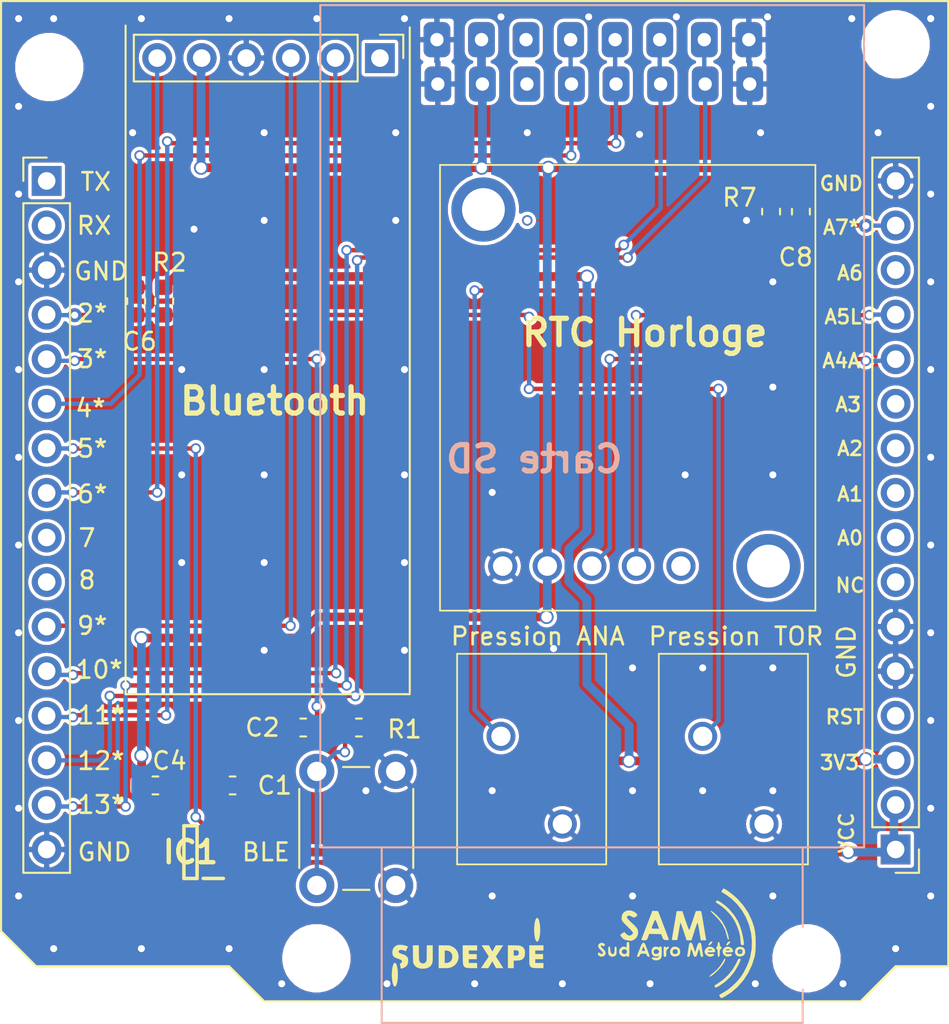
<source format=kicad_pcb>
(kicad_pcb (version 20171130) (host pcbnew "(5.1.4)-1")
  (layers (0 F.Cu signal) (31 B.Cu signal) (34 B.Paste user) (35 F.Paste user) (36 B.SilkS user) (37 F.SilkS user) (38 B.Mask user) (39 F.Mask user) (44 Edge.Cuts user))
  (net 0 "")
  (net 1 VCC)
  (net 2 GND)
  (net 3 wakeblue)
  (net 4 +3V3)
  (net 5 CapTOR)
  (net 6 +3.3V_Mini)
  (net 7 CS)
  (net 8 veille)
  (net 9 EN_ble)
  (net 10 RX_ble)
  (net 11 TX_ble)
  (net 12 MOSI)
  (net 13 MISO)
  (net 14 SCK)
  (net 15 RTC_SCA)
  (net 16 RTC_SDL)
  (net 17 A7)
  (module malib:sam (layer F.Cu) (at 163.5 128.7)
    (fp_text reference G*** hide)
    (fp_text value LOGO hide)
  )
  (module malib:sudexpe (layer F.Cu) (at 151.6 129.2)
    (fp_text reference G*** hide)
    (fp_text value LOGO hide)
  )
  (module SamacSys_Parts:SOT95P285X140-5N (layer F.Cu) (at 135.8 123.5 180)
    (fp_text reference IC1 (at 0 0) (layer F.SilkS) (effects (font (size 1.27 1.27) (thickness 0.254))))
    (fp_text value AP7380-33WR5-7 hide)
    (pad 5 smd rect (at 1.3 -0.95 270) (size 0.6 1.15) (layers F.Cu F.Paste F.Mask) (net 4 +3V3))
    (pad 4 smd rect (at 1.3 0.95 270) (size 0.6 1.15) (layers F.Cu F.Paste F.Mask))
    (pad 3 smd rect (at -1.3 0.95 270) (size 0.6 1.15) (layers F.Cu F.Paste F.Mask) (net 8 veille))
    (pad 2 smd rect (at -1.3 0 270) (size 0.6 1.15) (layers F.Cu F.Paste F.Mask) (net 2 GND))
    (pad 1 smd rect (at -1.3 -0.95 270) (size 0.6 1.15) (layers F.Cu F.Paste F.Mask) (net 1 VCC))
  )
  (module Capacitor_SMD:C_0603_1608Metric (layer F.Cu) (at 138.2 119.7 180)
    (fp_text reference C1 (at -2.4 0) (layer F.SilkS))
    (fp_text value 1µF)
    (pad 1 smd roundrect (at -0.7875 0 180) (size 0.875 0.95) (layers F.Cu F.Paste F.Mask) (net 1 VCC))
    (pad 2 smd roundrect (at 0.7875 0 180) (size 0.875 0.95) (layers F.Cu F.Paste F.Mask) (net 2 GND))
  )
  (module Capacitor_SMD:C_0603_1608Metric (layer F.Cu) (at 142.225 116.4 180)
    (fp_text reference C2 (at 2.325 0) (layer F.SilkS))
    (fp_text value 0.1µF)
    (pad 1 smd roundrect (at -0.7875 0 180) (size 0.875 0.95) (layers F.Cu F.Paste F.Mask) (net 3 wakeblue))
    (pad 2 smd roundrect (at 0.7875 0 180) (size 0.875 0.95) (layers F.Cu F.Paste F.Mask) (net 2 GND))
  )
  (module Capacitor_SMD:C_0603_1608Metric (layer F.Cu) (at 133.8 119.7)
    (fp_text reference C4 (at 0.8 -1.4) (layer F.SilkS))
    (fp_text value 1µF)
    (pad 2 smd roundrect (at 0.7875 0) (size 0.875 0.95) (layers F.Cu F.Paste F.Mask) (net 2 GND))
    (pad 1 smd roundrect (at -0.7875 0) (size 0.875 0.95) (layers F.Cu F.Paste F.Mask) (net 4 +3V3))
  )
  (module Capacitor_SMD:C_0603_1608Metric (layer F.Cu) (at 132.7 92.1 90)
    (fp_text reference C6 (at -2.3 0.2 180) (layer F.SilkS))
    (fp_text value 0.1µF)
    (pad 1 smd roundrect (at -0.7875 0 90) (size 0.875 0.95) (layers F.Cu F.Paste F.Mask) (net 5 CapTOR))
    (pad 2 smd roundrect (at 0.7875 0 90) (size 0.875 0.95) (layers F.Cu F.Paste F.Mask) (net 2 GND))
  )
  (module Capacitor_SMD:C_0603_1608Metric (layer F.Cu) (at 170.6 87 90)
    (fp_text reference C8 (at -2.6 -0.3 180) (layer F.SilkS))
    (fp_text value 0.1µF)
    (pad 2 smd roundrect (at 0.7875 0 90) (size 0.875 0.95) (layers F.Cu F.Paste F.Mask) (net 2 GND))
    (pad 1 smd roundrect (at -0.7875 0 90) (size 0.875 0.95) (layers F.Cu F.Paste F.Mask) (net 17 A7))
  )
  (module Connector_PinHeader_2.54mm:PinHeader_1x16_P2.54mm_Vertical (layer F.Cu) (at 127.6 85.25)
    (fp_text reference J1 hide)
    (fp_text value Conn_01x16 hide)
    (pad 1 thru_hole rect (at 0 0) (size 1.7 1.7) (drill 1) (layers *.Cu *.Mask))
    (pad 2 thru_hole oval (at 0 2.54) (size 1.7 1.7) (drill 1) (layers *.Cu *.Mask))
    (pad 3 thru_hole oval (at 0 5.08) (size 1.7 1.7) (drill 1) (layers *.Cu *.Mask) (net 2 GND))
    (pad 4 thru_hole oval (at 0 7.62) (size 1.7 1.7) (drill 1) (layers *.Cu *.Mask) (net 5 CapTOR))
    (pad 5 thru_hole oval (at 0 10.16) (size 1.7 1.7) (drill 1) (layers *.Cu *.Mask) (net 3 wakeblue))
    (pad 6 thru_hole oval (at 0 12.7) (size 1.7 1.7) (drill 1) (layers *.Cu *.Mask) (net 7 CS))
    (pad 7 thru_hole oval (at 0 15.24) (size 1.7 1.7) (drill 1) (layers *.Cu *.Mask) (net 8 veille))
    (pad 8 thru_hole oval (at 0 17.78) (size 1.7 1.7) (drill 1) (layers *.Cu *.Mask) (net 9 EN_ble))
    (pad 9 thru_hole oval (at 0 20.32) (size 1.7 1.7) (drill 1) (layers *.Cu *.Mask))
    (pad 10 thru_hole oval (at 0 22.86) (size 1.7 1.7) (drill 1) (layers *.Cu *.Mask))
    (pad 11 thru_hole oval (at 0 25.4) (size 1.7 1.7) (drill 1) (layers *.Cu *.Mask) (net 10 RX_ble))
    (pad 12 thru_hole oval (at 0 27.94) (size 1.7 1.7) (drill 1) (layers *.Cu *.Mask) (net 11 TX_ble))
    (pad 13 thru_hole oval (at 0 30.48) (size 1.7 1.7) (drill 1) (layers *.Cu *.Mask) (net 12 MOSI))
    (pad 14 thru_hole oval (at 0 33.02) (size 1.7 1.7) (drill 1) (layers *.Cu *.Mask) (net 13 MISO))
    (pad 15 thru_hole oval (at 0 35.56) (size 1.7 1.7) (drill 1) (layers *.Cu *.Mask) (net 14 SCK))
    (pad 16 thru_hole oval (at 0 38.1) (size 1.7 1.7) (drill 1) (layers *.Cu *.Mask) (net 2 GND))
  )
  (module malib:carte_sd (layer B.Cu) (at 143.2 123.23)
    (fp_text reference J2 hide)
    (fp_text value SD)
    (pad 1 thru_hole roundrect (at 6.65 -46.03) (size 1.524 2) (drill 0.762) (layers *.Cu *.Mask) (net 2 GND))
    (pad 2 thru_hole roundrect (at 9.19 -46.03) (size 1.524 2) (drill 0.762) (layers *.Cu *.Mask) (net 4 +3V3))
    (pad 3 thru_hole roundrect (at 11.73 -46.03) (size 1.524 2) (drill 0.762) (layers *.Cu *.Mask))
    (pad 4 thru_hole roundrect (at 14.27 -46.03) (size 1.524 2) (drill 0.762) (layers *.Cu *.Mask) (net 7 CS))
    (pad 5 thru_hole roundrect (at 16.81 -46.03) (size 1.524 2) (drill 0.762) (layers *.Cu *.Mask) (net 12 MOSI))
    (pad 6 thru_hole roundrect (at 19.35 -46.03) (size 1.524 2) (drill 0.762) (layers *.Cu *.Mask) (net 14 SCK))
    (pad 7 thru_hole roundrect (at 21.89 -46.03) (size 1.524 2) (drill 0.762) (layers *.Cu *.Mask) (net 13 MISO))
    (pad 8 thru_hole roundrect (at 24.43 -46.03) (size 1.524 2) (drill 0.762) (layers *.Cu *.Mask) (net 2 GND))
    (pad 9 thru_hole roundrect (at 6.7 -43.5) (size 1.524 2) (drill 0.762) (layers *.Cu *.Mask) (net 2 GND))
    (pad 10 thru_hole roundrect (at 9.24 -43.5) (size 1.524 2) (drill 0.762) (layers *.Cu *.Mask) (net 4 +3V3))
    (pad 11 thru_hole roundrect (at 11.78 -43.5) (size 1.524 2) (drill 0.762) (layers *.Cu *.Mask))
    (pad 12 thru_hole roundrect (at 14.32 -43.5) (size 1.524 2) (drill 0.762) (layers *.Cu *.Mask) (net 7 CS))
    (pad 13 thru_hole roundrect (at 16.86 -43.5) (size 1.524 2) (drill 0.762) (layers *.Cu *.Mask) (net 12 MOSI))
    (pad 14 thru_hole roundrect (at 19.4 -43.5) (size 1.524 2) (drill 0.762) (layers *.Cu *.Mask) (net 14 SCK))
    (pad 15 thru_hole roundrect (at 21.94 -43.5) (size 1.524 2) (drill 0.762) (layers *.Cu *.Mask) (net 13 MISO))
    (pad 16 thru_hole roundrect (at 24.48 -43.5) (size 1.524 2) (drill 0.762) (layers *.Cu *.Mask) (net 2 GND))
  )
  (module Connector_PinHeader_2.54mm:PinHeader_1x16_P2.54mm_Vertical (layer F.Cu) (at 176 123.35 180)
    (fp_text reference J3 hide)
    (fp_text value Conn_01x16)
    (pad 16 thru_hole oval (at 0 38.1 180) (size 1.7 1.7) (drill 1) (layers *.Cu *.Mask) (net 2 GND))
    (pad 15 thru_hole oval (at 0 35.56 180) (size 1.7 1.7) (drill 1) (layers *.Cu *.Mask) (net 17 A7))
    (pad 14 thru_hole oval (at 0 33.02 180) (size 1.7 1.7) (drill 1) (layers *.Cu *.Mask))
    (pad 13 thru_hole oval (at 0 30.48 180) (size 1.7 1.7) (drill 1) (layers *.Cu *.Mask) (net 16 RTC_SDL))
    (pad 12 thru_hole oval (at 0 27.94 180) (size 1.7 1.7) (drill 1) (layers *.Cu *.Mask) (net 15 RTC_SCA))
    (pad 11 thru_hole oval (at 0 25.4 180) (size 1.7 1.7) (drill 1) (layers *.Cu *.Mask))
    (pad 10 thru_hole oval (at 0 22.86 180) (size 1.7 1.7) (drill 1) (layers *.Cu *.Mask))
    (pad 9 thru_hole oval (at 0 20.32 180) (size 1.7 1.7) (drill 1) (layers *.Cu *.Mask))
    (pad 8 thru_hole oval (at 0 17.78 180) (size 1.7 1.7) (drill 1) (layers *.Cu *.Mask))
    (pad 7 thru_hole oval (at 0 15.24 180) (size 1.7 1.7) (drill 1) (layers *.Cu *.Mask))
    (pad 6 thru_hole oval (at 0 12.7 180) (size 1.7 1.7) (drill 1) (layers *.Cu *.Mask) (net 2 GND))
    (pad 5 thru_hole oval (at 0 10.16 180) (size 1.7 1.7) (drill 1) (layers *.Cu *.Mask) (net 2 GND))
    (pad 4 thru_hole oval (at 0 7.62 180) (size 1.7 1.7) (drill 1) (layers *.Cu *.Mask))
    (pad 3 thru_hole oval (at 0 5.08 180) (size 1.7 1.7) (drill 1) (layers *.Cu *.Mask) (net 6 +3.3V_Mini))
    (pad 2 thru_hole oval (at 0 2.54 180) (size 1.7 1.7) (drill 1) (layers *.Cu *.Mask) (net 1 VCC))
    (pad 1 thru_hole rect (at 0 0 180) (size 1.7 1.7) (drill 1) (layers *.Cu *.Mask) (net 1 VCC))
  )
  (module Connector_PinHeader_2.54mm:PinHeader_1x06_P2.54mm_Vertical (layer F.Cu) (at 146.6 78.25 270)
    (fp_text reference J4 hide)
    (fp_text value ble)
    (pad 1 thru_hole rect (at 0 0 270) (size 1.7 1.7) (drill 1) (layers *.Cu *.Mask))
    (pad 2 thru_hole oval (at 0 2.54 270) (size 1.7 1.7) (drill 1) (layers *.Cu *.Mask) (net 11 TX_ble))
    (pad 3 thru_hole oval (at 0 5.08 270) (size 1.7 1.7) (drill 1) (layers *.Cu *.Mask) (net 10 RX_ble))
    (pad 4 thru_hole oval (at 0 7.62 270) (size 1.7 1.7) (drill 1) (layers *.Cu *.Mask) (net 2 GND))
    (pad 5 thru_hole oval (at 0 10.16 270) (size 1.7 1.7) (drill 1) (layers *.Cu *.Mask) (net 4 +3V3))
    (pad 6 thru_hole oval (at 0 12.7 270) (size 1.7 1.7) (drill 1) (layers *.Cu *.Mask) (net 9 EN_ble))
  )
  (module SamacSys_Parts:ADA3295 (layer F.Cu) (at 153.6 107.2 90)
    (fp_text reference J6 hide)
    (fp_text value RTC hide)
    (pad MH2 thru_hole circle (at 0 15.15 90) (size 3.66 3.66) (drill 2.44) (layers *.Cu *.Mask))
    (pad MH1 thru_hole circle (at 20.32 -1.1 90) (size 3.66 3.66) (drill 2.44) (layers *.Cu *.Mask))
    (pad 5 thru_hole circle (at 0 10.16 90) (size 1.665 1.665) (drill 1.11) (layers *.Cu *.Mask))
    (pad 4 thru_hole circle (at 0 7.62 90) (size 1.665 1.665) (drill 1.11) (layers *.Cu *.Mask) (net 16 RTC_SDL))
    (pad 3 thru_hole circle (at 0 5.08 90) (size 1.665 1.665) (drill 1.11) (layers *.Cu *.Mask) (net 15 RTC_SCA))
    (pad 2 thru_hole circle (at 0 2.54 90) (size 1.665 1.665) (drill 1.11) (layers *.Cu *.Mask) (net 4 +3V3))
    (pad 1 thru_hole circle (at 0 0 90) (size 1.665 1.665) (drill 1.11) (layers *.Cu *.Mask) (net 2 GND))
  )
  (module SamacSys_Parts:250202 (layer F.Cu) (at 165 116.9)
    (fp_text reference J8 hide)
    (fp_text value CapTOR hide)
    (pad 2 thru_hole circle (at 3.5 5) (size 1.65 1.65) (drill 1.1) (layers *.Cu *.Mask) (net 2 GND))
    (pad 1 thru_hole circle (at 0 0) (size 1.65 1.65) (drill 1.1) (layers *.Cu *.Mask) (net 5 CapTOR))
  )
  (module SamacSys_Parts:250202 (layer F.Cu) (at 153.5 116.9)
    (fp_text reference J9 hide)
    (fp_text value CapAna hide)
    (pad 1 thru_hole circle (at 0 0) (size 1.65 1.65) (drill 1.1) (layers *.Cu *.Mask) (net 17 A7))
    (pad 2 thru_hole circle (at 3.5 5) (size 1.65 1.65) (drill 1.1) (layers *.Cu *.Mask) (net 2 GND))
  )
  (module Resistor_SMD:R_0603_1608Metric (layer F.Cu) (at 145.4 116.4 180)
    (fp_text reference R1 (at -2.6 -0.1) (layer F.SilkS))
    (fp_text value 100K)
    (pad 2 smd roundrect (at 0.7875 0 180) (size 0.875 0.95) (layers F.Cu F.Paste F.Mask) (net 3 wakeblue))
    (pad 1 smd roundrect (at -0.7875 0 180) (size 0.875 0.95) (layers F.Cu F.Paste F.Mask) (net 6 +3.3V_Mini))
  )
  (module Resistor_SMD:R_0603_1608Metric (layer F.Cu) (at 134.3 92.1 270)
    (fp_text reference R2 (at -2.2 -0.3 180) (layer F.SilkS))
    (fp_text value 100K)
    (pad 1 smd roundrect (at -0.7875 0 270) (size 0.875 0.95) (layers F.Cu F.Paste F.Mask) (net 6 +3.3V_Mini))
    (pad 2 smd roundrect (at 0.7875 0 270) (size 0.875 0.95) (layers F.Cu F.Paste F.Mask) (net 5 CapTOR))
  )
  (module Resistor_SMD:R_0603_1608Metric (layer F.Cu) (at 168.9 87 270)
    (fp_text reference R7 (at -0.8 1.8 180) (layer F.SilkS))
    (fp_text value 5K)
    (pad 1 smd roundrect (at -0.7875 0 270) (size 0.875 0.95) (layers F.Cu F.Paste F.Mask) (net 4 +3V3))
    (pad 2 smd roundrect (at 0.7875 0 270) (size 0.875 0.95) (layers F.Cu F.Paste F.Mask) (net 17 A7))
  )
  (module Button_Switch_THT:SW_PUSH_6mm (layer F.Cu) (at 147.5 118.9 270)
    (fp_text reference BLE (at 4.6 7.4 180) (layer F.SilkS))
    (fp_text value SW_ble)
    (pad 2 thru_hole circle (at 0 4.5) (size 2 2) (drill 1.1) (layers *.Cu *.Mask) (net 3 wakeblue))
    (pad 1 thru_hole circle (at 0 0) (size 2 2) (drill 1.1) (layers *.Cu *.Mask) (net 2 GND))
    (pad 2 thru_hole circle (at 6.5 4.5) (size 2 2) (drill 1.1) (layers *.Cu *.Mask) (net 3 wakeblue))
    (pad 1 thru_hole circle (at 6.5 0) (size 2 2) (drill 1.1) (layers *.Cu *.Mask) (net 2 GND))
  )
  (module MountingHole:MountingHole_3.5mmmodif (layer F.Cu) (at 127.75 78.76)
    (fp_text reference H1 hide)
    (fp_text value MountingHole hide)
    (pad 1 np_thru_hole circle (at 0 0) (size 3.5 3.5) (drill 3.5) (layers *.Cu *.Mask))
  )
  (module MountingHole:MountingHole_3.5mmmodif (layer F.Cu) (at 176 77.47)
    (fp_text reference H2 hide)
    (fp_text value MountingHole hide)
    (pad 1 np_thru_hole circle (at 0 0) (size 3.5 3.5) (drill 3.5) (layers *.Cu *.Mask))
  )
  (module MountingHole:MountingHole_3.5mmmodif (layer F.Cu) (at 170.92 129.55)
    (fp_text reference H3 hide)
    (fp_text value MountingHole hide)
    (pad 1 np_thru_hole circle (at 0 0) (size 3.5 3.5) (drill 3.5) (layers *.Cu *.Mask))
  )
  (module MountingHole:MountingHole_3.5mmmodif (layer F.Cu) (at 142.98 129.55)
    (fp_text reference H4 hide)
    (fp_text value MountingHole hide)
    (pad 1 np_thru_hole circle (at 0 0) (size 3.5 3.5) (drill 3.5) (layers *.Cu *.Mask))
  )
  (gr_line (start 125 75) (end 179 75) (layer F.SilkS) (width 0.12))
  (gr_line (start 125 128) (end 125 75) (layer F.SilkS) (width 0.12))
  (gr_line (start 127 130) (end 125 128) (layer F.SilkS) (width 0.12))
  (gr_line (start 138 130) (end 127 130) (layer F.SilkS) (width 0.12))
  (gr_line (start 140 132) (end 138 130) (layer F.SilkS) (width 0.12))
  (gr_line (start 174 132) (end 140 132) (layer F.SilkS) (width 0.12))
  (gr_line (start 176 130) (end 174 132) (layer F.SilkS) (width 0.12))
  (gr_line (start 179 130) (end 176 130) (layer F.SilkS) (width 0.12))
  (gr_line (start 179 75) (end 179 130) (layer F.SilkS) (width 0.12))
  (gr_text "Pression ANA" (at 155.6 111.2) (layer F.SilkS) (effects (font (size 1 1))))
  (gr_text "Pression TOR" (at 166.9 111.2) (layer F.SilkS) (effects (font (size 1 1))))
  (gr_text VCC (at 173.2 122.4 90) (layer F.SilkS) (effects (font (size 0.8 0.8))))
  (gr_text 3V3 (at 172.8 118.4) (layer F.SilkS) (effects (font (size 0.8 0.8))))
  (gr_text RST (at 173.1 115.8) (layer F.SilkS) (effects (font (size 0.8 0.8))))
  (gr_text NC (at 173.4 108.3) (layer F.SilkS) (effects (font (size 0.8 0.8))))
  (gr_text A0 (at 173.4 105.6) (layer F.SilkS) (effects (font (size 0.8 0.8))))
  (gr_text A1 (at 173.4 103.1) (layer F.SilkS) (effects (font (size 0.8 0.8))))
  (gr_text A2 (at 173.4 100.5) (layer F.SilkS) (effects (font (size 0.8 0.8))))
  (gr_text A3 (at 173.3 98) (layer F.SilkS) (effects (font (size 0.8 0.8))))
  (gr_text A4A (at 172.9 95.5) (layer F.SilkS) (effects (font (size 0.8 0.8))))
  (gr_text A5L (at 173 93) (layer F.SilkS) (effects (font (size 0.8 0.8))))
  (gr_text A6 (at 173.4 90.5) (layer F.SilkS) (effects (font (size 0.8 0.8))))
  (gr_text A7* (at 172.9 87.9) (layer F.SilkS) (effects (font (size 0.8 0.8))))
  (gr_text GND (at 173.2 112.1 90) (layer F.SilkS) (effects (font (size 1 1))))
  (gr_text GND (at 172.9 85.4) (layer F.SilkS) (effects (font (size 0.8 0.8))))
  (gr_text GND (at 130.9 123.5) (layer F.SilkS) (effects (font (size 1 1))))
  (gr_text 3* (at 130.2 95.4) (layer F.SilkS) (effects (font (size 1 1))))
  (gr_text 2* (at 130.2 92.8) (layer F.SilkS) (effects (font (size 1 1))))
  (gr_text 13* (at 130.7 120.8) (layer F.SilkS) (effects (font (size 1 1))))
  (gr_text 12* (at 130.7 118.3) (layer F.SilkS) (effects (font (size 1 1))))
  (gr_text 11* (at 130.7 115.7) (layer F.SilkS) (effects (font (size 1 1))))
  (gr_text 10* (at 130.6 113.1) (layer F.SilkS) (effects (font (size 1 1))))
  (gr_text 9* (at 130.2 110.6) (layer F.SilkS) (effects (font (size 1 1))))
  (gr_text 8 (at 129.9 108) (layer F.SilkS) (effects (font (size 1 1))))
  (gr_text 7 (at 129.9 105.6) (layer F.SilkS) (effects (font (size 1 1))))
  (gr_text 6* (at 130.2 103.1) (layer F.SilkS) (effects (font (size 1 1))))
  (gr_text 5* (at 130.2 100.5) (layer F.SilkS) (effects (font (size 1 1))))
  (gr_text 4* (at 130.1 98.2) (layer F.SilkS) (effects (font (size 1 1))))
  (gr_text GND (at 130.7 90.4) (layer F.SilkS) (effects (font (size 1 1))))
  (gr_text RX (at 130.3 87.8) (layer F.SilkS) (effects (font (size 1 1))))
  (gr_text TX (at 130.4 85.3) (layer F.SilkS) (effects (font (size 1 1))))
  (gr_line (start 132.1 114.5) (end 148.3 114.5) (layer F.SilkS) (width 0.12))
  (gr_line (start 132.1 76.4) (end 132.1 114.5) (layer F.SilkS) (width 0.12))
  (gr_line (start 148.3 114.4) (end 148.3 76.5) (layer F.SilkS) (width 0.12))
  (gr_text Bluetooth (at 140.6 97.8) (layer F.SilkS) (effects (font (size 1.5 1.5) (thickness 0.3))))
  (gr_text "Carte SD" (at 155.4 101.1) (layer B.SilkS) (effects (font (size 1.5 1.5) (thickness 0.3)) (justify mirror)))
  (gr_text "RTC Horloge" (at 161.7 93.9) (layer F.SilkS) (effects (font (size 1.5 1.5) (thickness 0.3))))
  (via (at 155 87.5) (size 0.6) (drill 0.4) (layers F.Cu B.Cu) (net 0))
  (segment (start 175.9 120.81) (end 175.9 123.35) (width 0.5) (layer B.Cu) (net 1))
  (via (at 173.3 123.5) (size 0.8) (drill 0.6) (layers F.Cu B.Cu) (net 1))
  (segment (start 138.9875 121.3875) (end 139 121.4) (width 0.5) (layer F.Cu) (net 1))
  (segment (start 138.9875 119.7) (end 138.9875 121.3875) (width 0.5) (layer F.Cu) (net 1))
  (segment (start 138.9875 123.207502) (end 138.9875 121.3875) (width 0.5) (layer F.Cu) (net 1))
  (segment (start 175.85 123.5) (end 176 123.35) (width 0.5) (layer B.Cu) (net 1))
  (segment (start 173.3 123.5) (end 175.85 123.5) (width 0.5) (layer B.Cu) (net 1))
  (segment (start 173.336814 123.497501) (end 139.097501 123.497501) (width 0.5) (layer F.Cu) (net 1))
  (segment (start 173.434315 123.4) (end 173.336814 123.497501) (width 0.5) (layer F.Cu) (net 1))
  (segment (start 138.9875 123.6375) (end 138.9875 123.207502) (width 0.5) (layer F.Cu) (net 1))
  (segment (start 138.175 124.45) (end 138.9875 123.6375) (width 0.5) (layer F.Cu) (net 1))
  (segment (start 137.1 124.45) (end 138.175 124.45) (width 0.5) (layer F.Cu) (net 1))
  (via (at 178 106) (size 0.6) (drill 0.4) (layers F.Cu B.Cu) (net 2))
  (via (at 178 81) (size 0.6) (drill 0.4) (layers F.Cu B.Cu) (net 2))
  (via (at 178 86) (size 0.6) (drill 0.4) (layers F.Cu B.Cu) (net 2))
  (via (at 178 101) (size 0.6) (drill 0.4) (layers F.Cu B.Cu) (net 2))
  (via (at 178 126) (size 0.6) (drill 0.4) (layers F.Cu B.Cu) (net 2))
  (via (at 178 96) (size 0.6) (drill 0.4) (layers F.Cu B.Cu) (net 2))
  (via (at 178 121) (size 0.6) (drill 0.4) (layers F.Cu B.Cu) (net 2))
  (via (at 178 116) (size 0.6) (drill 0.4) (layers F.Cu B.Cu) (net 2))
  (via (at 178 111) (size 0.6) (drill 0.4) (layers F.Cu B.Cu) (net 2))
  (via (at 178 91) (size 0.6) (drill 0.4) (layers F.Cu B.Cu) (net 2))
  (via (at 178 76) (size 0.6) (drill 0.4) (layers F.Cu B.Cu) (net 2))
  (via (at 126 106) (size 0.6) (drill 0.4) (layers F.Cu B.Cu) (net 2))
  (via (at 126 81) (size 0.6) (drill 0.4) (layers F.Cu B.Cu) (net 2))
  (via (at 126 86) (size 0.6) (drill 0.4) (layers F.Cu B.Cu) (net 2))
  (via (at 126 101) (size 0.6) (drill 0.4) (layers F.Cu B.Cu) (net 2))
  (via (at 126 126) (size 0.6) (drill 0.4) (layers F.Cu B.Cu) (net 2))
  (via (at 126 96) (size 0.6) (drill 0.4) (layers F.Cu B.Cu) (net 2))
  (via (at 126 121) (size 0.6) (drill 0.4) (layers F.Cu B.Cu) (net 2))
  (via (at 126 116) (size 0.6) (drill 0.4) (layers F.Cu B.Cu) (net 2))
  (via (at 126 111) (size 0.6) (drill 0.4) (layers F.Cu B.Cu) (net 2))
  (via (at 126 91) (size 0.6) (drill 0.4) (layers F.Cu B.Cu) (net 2))
  (via (at 126 76) (size 0.6) (drill 0.4) (layers F.Cu B.Cu) (net 2))
  (via (at 158.5 75.9) (size 0.6) (drill 0.4) (layers F.Cu B.Cu) (net 2))
  (via (at 133 76) (size 0.6) (drill 0.4) (layers F.Cu B.Cu) (net 2))
  (via (at 138 76) (size 0.6) (drill 0.4) (layers F.Cu B.Cu) (net 2))
  (via (at 178 76) (size 0.6) (drill 0.4) (layers F.Cu B.Cu) (net 2))
  (via (at 148 76) (size 0.6) (drill 0.4) (layers F.Cu B.Cu) (net 2))
  (via (at 173.5 76) (size 0.6) (drill 0.4) (layers F.Cu B.Cu) (net 2))
  (via (at 168.7 75.9) (size 0.6) (drill 0.4) (layers F.Cu B.Cu) (net 2))
  (via (at 163.5 75.9) (size 0.6) (drill 0.4) (layers F.Cu B.Cu) (net 2))
  (via (at 143 76) (size 0.6) (drill 0.4) (layers F.Cu B.Cu) (net 2))
  (via (at 128 76) (size 0.6) (drill 0.4) (layers F.Cu B.Cu) (net 2))
  (via (at 128 129) (size 0.6) (drill 0.4) (layers F.Cu B.Cu) (net 2))
  (via (at 133 129) (size 0.6) (drill 0.4) (layers F.Cu B.Cu) (net 2))
  (via (at 138 129) (size 0.6) (drill 0.4) (layers F.Cu B.Cu) (net 2))
  (via (at 141 131) (size 0.6) (drill 0.4) (layers F.Cu B.Cu) (net 2))
  (via (at 147 131) (size 0.6) (drill 0.4) (layers F.Cu B.Cu) (net 2))
  (via (at 152 131) (size 0.6) (drill 0.4) (layers F.Cu B.Cu) (net 2))
  (via (at 157 131) (size 0.6) (drill 0.4) (layers F.Cu B.Cu) (net 2))
  (via (at 162 131) (size 0.6) (drill 0.4) (layers F.Cu B.Cu) (net 2))
  (via (at 168 131) (size 0.6) (drill 0.4) (layers F.Cu B.Cu) (net 2))
  (via (at 173 131) (size 0.6) (drill 0.4) (layers F.Cu B.Cu) (net 2))
  (via (at 176 129) (size 0.6) (drill 0.4) (layers F.Cu B.Cu) (net 2))
  (via (at 132.5 82.5) (size 0.6) (drill 0.4) (layers F.Cu B.Cu) (net 2))
  (via (at 140 82.5) (size 0.6) (drill 0.4) (layers F.Cu B.Cu) (net 2))
  (via (at 147.5 82.5) (size 0.6) (drill 0.4) (layers F.Cu B.Cu) (net 2))
  (via (at 155 82.5) (size 0.6) (drill 0.4) (layers F.Cu B.Cu) (net 2))
  (via (at 140 87.5) (size 0.6) (drill 0.4) (layers F.Cu B.Cu) (net 2))
  (via (at 147.5 87.5) (size 0.6) (drill 0.4) (layers F.Cu B.Cu) (net 2))
  (via (at 167.5 87.5) (size 0.6) (drill 0.4) (layers F.Cu B.Cu) (net 2))
  (via (at 175 82.5) (size 0.6) (drill 0.4) (layers F.Cu B.Cu) (net 2))
  (via (at 136 88) (size 0.6) (drill 0.4) (layers F.Cu B.Cu) (net 2))
  (via (at 140 96) (size 0.6) (drill 0.4) (layers F.Cu B.Cu) (net 2))
  (via (at 148 96) (size 0.6) (drill 0.4) (layers F.Cu B.Cu) (net 2))
  (via (at 140 102) (size 0.6) (drill 0.4) (layers F.Cu B.Cu) (net 2))
  (via (at 148 102) (size 0.6) (drill 0.4) (layers F.Cu B.Cu) (net 2))
  (via (at 140 107) (size 0.6) (drill 0.4) (layers F.Cu B.Cu) (net 2))
  (via (at 148 107) (size 0.6) (drill 0.4) (layers F.Cu B.Cu) (net 2))
  (via (at 140 112) (size 0.6) (drill 0.4) (layers F.Cu B.Cu) (net 2))
  (via (at 148 112) (size 0.6) (drill 0.4) (layers F.Cu B.Cu) (net 2))
  (via (at 145.8 120) (size 0.6) (drill 0.4) (layers F.Cu B.Cu) (net 2))
  (via (at 153 120) (size 0.6) (drill 0.4) (layers F.Cu B.Cu) (net 2))
  (via (at 169 91) (size 0.6) (drill 0.4) (layers F.Cu B.Cu) (net 2))
  (via (at 169 97) (size 0.6) (drill 0.4) (layers F.Cu B.Cu) (net 2))
  (via (at 169 102) (size 0.6) (drill 0.4) (layers F.Cu B.Cu) (net 2))
  (via (at 164 102) (size 0.6) (drill 0.4) (layers F.Cu B.Cu) (net 2))
  (via (at 169 113) (size 0.6) (drill 0.4) (layers F.Cu B.Cu) (net 2))
  (via (at 169 120) (size 0.6) (drill 0.4) (layers F.Cu B.Cu) (net 2))
  (via (at 165 120) (size 0.6) (drill 0.4) (layers F.Cu B.Cu) (net 2))
  (via (at 165 113) (size 0.6) (drill 0.4) (layers F.Cu B.Cu) (net 2))
  (via (at 161 113) (size 0.6) (drill 0.4) (layers F.Cu B.Cu) (net 2))
  (via (at 161 120) (size 0.6) (drill 0.4) (layers F.Cu B.Cu) (net 2))
  (via (at 169 126) (size 0.6) (drill 0.4) (layers F.Cu B.Cu) (net 2))
  (via (at 153 103) (size 0.6) (drill 0.4) (layers F.Cu B.Cu) (net 2))
  (via (at 156.5 111.9) (size 0.6) (drill 0.4) (layers F.Cu B.Cu) (net 2))
  (via (at 153.5 75.9) (size 0.6) (drill 0.4) (layers F.Cu B.Cu) (net 2))
  (via (at 135.3 107) (size 0.6) (drill 0.4) (layers F.Cu B.Cu) (net 2))
  (via (at 135.3 102) (size 0.6) (drill 0.4) (layers F.Cu B.Cu) (net 2))
  (via (at 135.3 96) (size 0.6) (drill 0.4) (layers F.Cu B.Cu) (net 2))
  (via (at 153 126) (size 0.6) (drill 0.4) (layers F.Cu B.Cu) (net 2))
  (via (at 161 126) (size 0.6) (drill 0.4) (layers F.Cu B.Cu) (net 2))
  (via (at 161.4 82.6) (size 0.6) (drill 0.4) (layers F.Cu B.Cu) (net 2))
  (via (at 168.3 82.5) (size 0.6) (drill 0.4) (layers F.Cu B.Cu) (net 2))
  (segment (start 144.6125 116.4) (end 143.0125 116.4) (width 0.25) (layer F.Cu) (net 3))
  (via (at 144.6 117.8) (size 0.6) (drill 0.4) (layers F.Cu B.Cu) (net 3))
  (segment (start 144.6125 116.4) (end 144.6125 117.7875) (width 0.25) (layer F.Cu) (net 3))
  (segment (start 144.6125 117.7875) (end 144.6 117.8) (width 0.25) (layer F.Cu) (net 3))
  (segment (start 144.1 117.8) (end 143 118.9) (width 0.25) (layer B.Cu) (net 3))
  (segment (start 144.6 117.8) (end 144.1 117.8) (width 0.25) (layer B.Cu) (net 3))
  (segment (start 143 120.314213) (end 143 125.4) (width 0.25) (layer B.Cu) (net 3))
  (segment (start 143 118.9) (end 143 120.314213) (width 0.25) (layer B.Cu) (net 3))
  (via (at 143 115.2) (size 0.6) (drill 0.4) (layers F.Cu B.Cu) (net 3))
  (segment (start 143.0125 116.4) (end 143.0125 115.2125) (width 0.25) (layer F.Cu) (net 3))
  (segment (start 143.0125 115.2125) (end 143 115.2) (width 0.25) (layer F.Cu) (net 3))
  (via (at 143 95.4) (size 0.6) (drill 0.4) (layers F.Cu B.Cu) (net 3))
  (segment (start 143 115.2) (end 143 95.4) (width 0.25) (layer B.Cu) (net 3))
  (via (at 129.2 95.5) (size 0.6) (drill 0.4) (layers F.Cu B.Cu) (net 3))
  (segment (start 143 95.4) (end 129.3 95.4) (width 0.25) (layer F.Cu) (net 3))
  (segment (start 129.3 95.4) (end 129.2 95.5) (width 0.25) (layer F.Cu) (net 3))
  (segment (start 127.69 95.5) (end 127.6 95.41) (width 0.25) (layer B.Cu) (net 3))
  (segment (start 129.2 95.5) (end 127.69 95.5) (width 0.25) (layer B.Cu) (net 3))
  (segment (start 133 119.7125) (end 133.0125 119.7) (width 0.25) (layer F.Cu) (net 4))
  (via (at 136.4 84.5) (size 0.8) (drill 0.6) (layers F.Cu B.Cu) (net 4))
  (segment (start 136.4 78.29) (end 136.44 78.25) (width 0.5) (layer B.Cu) (net 4))
  (segment (start 136.4 84.5) (end 136.4 78.29) (width 0.5) (layer B.Cu) (net 4))
  (segment (start 167.1875 84.5) (end 168.9 86.2125) (width 0.5) (layer F.Cu) (net 4))
  (segment (start 161.3 84.5) (end 167.1875 84.5) (width 0.5) (layer F.Cu) (net 4))
  (segment (start 133.425 124.45) (end 134.5 124.45) (width 0.5) (layer F.Cu) (net 4))
  (segment (start 133.0125 124.0375) (end 133.425 124.45) (width 0.5) (layer F.Cu) (net 4))
  (segment (start 133.0125 119.7) (end 133.0125 124.0375) (width 0.5) (layer F.Cu) (net 4))
  (via (at 156.2 84.5) (size 0.8) (drill 0.6) (layers F.Cu B.Cu) (net 4))
  (segment (start 156.14 84.56) (end 156.2 84.5) (width 0.5) (layer B.Cu) (net 4))
  (segment (start 156.14 107.2) (end 156.14 84.56) (width 0.5) (layer B.Cu) (net 4))
  (segment (start 161.3 84.5) (end 156.2 84.5) (width 0.5) (layer F.Cu) (net 4))
  (via (at 156.1 110.1) (size 0.8) (drill 0.6) (layers F.Cu B.Cu) (net 4))
  (segment (start 156.14 107.2) (end 156.14 110.06) (width 0.5) (layer B.Cu) (net 4))
  (segment (start 156.14 110.06) (end 156.1 110.1) (width 0.5) (layer B.Cu) (net 4))
  (via (at 133 111.3) (size 0.8) (drill 0.6) (layers F.Cu B.Cu) (net 4))
  (segment (start 141.836002 111.3) (end 133 111.3) (width 0.5) (layer F.Cu) (net 4))
  (segment (start 156.1 110.1) (end 143.036002 110.1) (width 0.5) (layer F.Cu) (net 4))
  (segment (start 143.036002 110.1) (end 141.836002 111.3) (width 0.5) (layer F.Cu) (net 4))
  (segment (start 133 111.3) (end 133 118) (width 0.5) (layer B.Cu) (net 4))
  (via (at 133 118) (size 0.8) (drill 0.6) (layers F.Cu B.Cu) (net 4))
  (segment (start 133.0125 118.0125) (end 133 118) (width 0.5) (layer F.Cu) (net 4))
  (segment (start 133.0125 119.7) (end 133.0125 118.0125) (width 0.5) (layer F.Cu) (net 4))
  (segment (start 152.39 79.68) (end 152.44 79.73) (width 0.5) (layer B.Cu) (net 4))
  (segment (start 152.39 77.2) (end 152.39 79.68) (width 0.5) (layer B.Cu) (net 4))
  (via (at 152.4 84.5) (size 0.8) (drill 0.6) (layers F.Cu B.Cu) (net 4))
  (segment (start 152.44 84.46) (end 152.4 84.5) (width 0.5) (layer B.Cu) (net 4))
  (segment (start 152.44 79.73) (end 152.44 84.46) (width 0.5) (layer B.Cu) (net 4))
  (segment (start 156.2 84.5) (end 152.4 84.5) (width 0.5) (layer F.Cu) (net 4))
  (segment (start 152.4 84.5) (end 136.4 84.5) (width 0.5) (layer F.Cu) (net 4))
  (segment (start 134.3 92.8875) (end 132.7 92.8875) (width 0.25) (layer F.Cu) (net 5))
  (via (at 129.2 92.9) (size 0.8) (drill 0.4) (layers F.Cu B.Cu) (net 5))
  (segment (start 130.4 92.8875) (end 129.2125 92.8875) (width 0.25) (layer F.Cu) (net 5))
  (segment (start 129.2125 92.8875) (end 129.2 92.9) (width 0.25) (layer F.Cu) (net 5))
  (segment (start 127.63 92.9) (end 127.6 92.87) (width 0.25) (layer B.Cu) (net 5))
  (segment (start 129.2 92.9) (end 127.63 92.9) (width 0.25) (layer B.Cu) (net 5))
  (via (at 165.9 97.1) (size 0.6) (drill 0.4) (layers F.Cu B.Cu) (net 5))
  (segment (start 165 116.9) (end 165.9 116) (width 0.25) (layer B.Cu) (net 5))
  (segment (start 165.9 116) (end 165.9 97.1) (width 0.25) (layer B.Cu) (net 5))
  (via (at 155.1 97.1) (size 0.6) (drill 0.4) (layers F.Cu B.Cu) (net 5))
  (segment (start 165.9 97.1) (end 155.1 97.1) (width 0.25) (layer F.Cu) (net 5))
  (segment (start 130.4 92.8875) (end 132.7 92.8875) (width 0.25) (layer F.Cu) (net 5))
  (via (at 155.1 93) (size 0.6) (drill 0.4) (layers F.Cu B.Cu) (net 5))
  (segment (start 154.9875 92.8875) (end 155.1 93) (width 0.25) (layer F.Cu) (net 5))
  (segment (start 132 92.8875) (end 154.9875 92.8875) (width 0.25) (layer F.Cu) (net 5))
  (segment (start 155.1 97.1) (end 155.1 93) (width 0.25) (layer B.Cu) (net 5))
  (via (at 174.3 118.2) (size 0.8) (drill 0.6) (layers F.Cu B.Cu) (net 6))
  (segment (start 174.2 118.3) (end 174.3 118.2) (width 0.5) (layer F.Cu) (net 6))
  (segment (start 175.83 118.2) (end 175.9 118.27) (width 0.5) (layer B.Cu) (net 6))
  (segment (start 174.3 118.2) (end 175.83 118.2) (width 0.5) (layer B.Cu) (net 6))
  (via (at 160.8 118.3) (size 0.8) (drill 0.6) (layers F.Cu B.Cu) (net 6))
  (segment (start 160.8 118.3) (end 174.2 118.3) (width 0.5) (layer F.Cu) (net 6))
  (segment (start 160.8 118.3) (end 150.9 118.3) (width 0.5) (layer F.Cu) (net 6))
  (segment (start 149 116.4) (end 146.1875 116.4) (width 0.5) (layer F.Cu) (net 6))
  (segment (start 150.9 118.3) (end 149 116.4) (width 0.5) (layer F.Cu) (net 6))
  (segment (start 160.8 116.3) (end 160.8 118.3) (width 0.5) (layer B.Cu) (net 6))
  (segment (start 158.4 113.9) (end 160.8 116.3) (width 0.5) (layer B.Cu) (net 6))
  (segment (start 158.4 90.7) (end 158.4 105.2) (width 0.5) (layer B.Cu) (net 6))
  (segment (start 158.4 105.2) (end 157.372501 106.227499) (width 0.5) (layer B.Cu) (net 6))
  (segment (start 157.372501 106.227499) (end 157.372501 108.072501) (width 0.5) (layer B.Cu) (net 6))
  (segment (start 157.372501 108.072501) (end 158.4 109.1) (width 0.5) (layer B.Cu) (net 6))
  (segment (start 158.4 109.1) (end 158.4 113.9) (width 0.5) (layer B.Cu) (net 6))
  (via (at 158.4 90.7) (size 0.8) (drill 0.6) (layers F.Cu B.Cu) (net 6))
  (segment (start 134.9125 90.7) (end 134.3 91.3125) (width 0.5) (layer F.Cu) (net 6))
  (segment (start 158.4 90.7) (end 134.9125 90.7) (width 0.5) (layer F.Cu) (net 6))
  (segment (start 157.47 79.68) (end 157.52 79.73) (width 0.25) (layer B.Cu) (net 7))
  (segment (start 157.47 77.2) (end 157.47 79.68) (width 0.25) (layer B.Cu) (net 7))
  (via (at 157.5 83.8) (size 0.6) (drill 0.4) (layers F.Cu B.Cu) (net 7))
  (segment (start 157.52 83.48) (end 157.52 79.73) (width 0.25) (layer B.Cu) (net 7))
  (segment (start 157.5 83.8) (end 157.52 83.48) (width 0.25) (layer B.Cu) (net 7))
  (segment (start 157.5 83.8) (end 132.9 83.8) (width 0.25) (layer F.Cu) (net 7))
  (via (at 132.9 83.8) (size 0.6) (drill 0.4) (layers F.Cu B.Cu) (net 7))
  (segment (start 132.9 83.8) (end 132.9 96.3) (width 0.25) (layer B.Cu) (net 7))
  (segment (start 131.25 97.95) (end 127.6 97.95) (width 0.25) (layer B.Cu) (net 7))
  (segment (start 132.9 96.3) (end 131.25 97.95) (width 0.25) (layer B.Cu) (net 7))
  (via (at 129.1 100.5) (size 0.6) (drill 0.4) (layers F.Cu B.Cu) (net 8))
  (segment (start 127.61 100.5) (end 127.6 100.49) (width 0.25) (layer B.Cu) (net 8))
  (segment (start 129.1 100.5) (end 127.61 100.5) (width 0.25) (layer B.Cu) (net 8))
  (via (at 136.1 121.5) (size 0.6) (drill 0.4) (layers F.Cu B.Cu) (net 8))
  (segment (start 137.1 122.55) (end 137.1 122.5) (width 0.25) (layer F.Cu) (net 8))
  (segment (start 137.1 122.5) (end 136.1 121.5) (width 0.25) (layer F.Cu) (net 8))
  (via (at 136.1 100.5) (size 0.6) (drill 0.4) (layers F.Cu B.Cu) (net 8))
  (segment (start 136.1 121.5) (end 136.1 100.5) (width 0.25) (layer B.Cu) (net 8))
  (segment (start 136.1 100.5) (end 129.1 100.5) (width 0.25) (layer F.Cu) (net 8))
  (via (at 133.9 103) (size 0.6) (drill 0.4) (layers F.Cu B.Cu) (net 9))
  (segment (start 133.9 78.25) (end 133.9 103) (width 0.25) (layer B.Cu) (net 9))
  (via (at 129.1 103) (size 0.6) (drill 0.4) (layers F.Cu B.Cu) (net 9))
  (segment (start 133.9 103) (end 129.1 103) (width 0.25) (layer F.Cu) (net 9))
  (segment (start 127.63 103) (end 127.6 103.03) (width 0.25) (layer B.Cu) (net 9))
  (segment (start 129.1 103) (end 127.63 103) (width 0.25) (layer B.Cu) (net 9))
  (via (at 141.5 110.6) (size 0.6) (drill 0.4) (layers F.Cu B.Cu) (net 10))
  (segment (start 141.52 78.25) (end 141.52 110.58) (width 0.25) (layer B.Cu) (net 10))
  (segment (start 141.52 110.58) (end 141.5 110.6) (width 0.25) (layer B.Cu) (net 10))
  (segment (start 127.65 110.6) (end 127.6 110.65) (width 0.25) (layer F.Cu) (net 10))
  (segment (start 141.5 110.6) (end 127.65 110.6) (width 0.25) (layer F.Cu) (net 10))
  (via (at 144.1 113.3) (size 0.6) (drill 0.4) (layers F.Cu B.Cu) (net 11))
  (segment (start 144.06 78.25) (end 144.06 113.26) (width 0.25) (layer B.Cu) (net 11))
  (segment (start 144.06 113.26) (end 144.1 113.3) (width 0.25) (layer B.Cu) (net 11))
  (via (at 129.1 113.4) (size 0.6) (drill 0.4) (layers F.Cu B.Cu) (net 11))
  (segment (start 144.1 113.3) (end 129.2 113.3) (width 0.25) (layer F.Cu) (net 11))
  (segment (start 129.2 113.3) (end 129.1 113.4) (width 0.25) (layer F.Cu) (net 11))
  (segment (start 127.81 113.4) (end 127.6 113.19) (width 0.25) (layer B.Cu) (net 11))
  (segment (start 129.1 113.4) (end 127.81 113.4) (width 0.25) (layer B.Cu) (net 11))
  (segment (start 160.01 79.68) (end 160.06 79.73) (width 0.25) (layer B.Cu) (net 12))
  (segment (start 160.01 77.2) (end 160.01 79.68) (width 0.25) (layer B.Cu) (net 12))
  (via (at 134.475 83) (size 0.6) (drill 0.4) (layers F.Cu B.Cu) (net 12))
  (via (at 134.4 115.7) (size 0.6) (drill 0.4) (layers F.Cu B.Cu) (net 12))
  (segment (start 134.475 83) (end 134.475 115.625) (width 0.25) (layer B.Cu) (net 12))
  (segment (start 134.475 115.625) (end 134.4 115.7) (width 0.25) (layer B.Cu) (net 12))
  (via (at 129.1 115.8) (size 0.6) (drill 0.4) (layers F.Cu B.Cu) (net 12))
  (segment (start 134.4 115.7) (end 129.2 115.7) (width 0.25) (layer F.Cu) (net 12))
  (segment (start 129.2 115.7) (end 129.1 115.8) (width 0.25) (layer F.Cu) (net 12))
  (segment (start 127.67 115.8) (end 127.6 115.73) (width 0.25) (layer B.Cu) (net 12))
  (segment (start 129.1 115.8) (end 127.67 115.8) (width 0.25) (layer B.Cu) (net 12))
  (segment (start 160.06 79.73) (end 160.06 83.1) (width 0.25) (layer B.Cu) (net 12))
  (via (at 160.06 83.1) (size 0.6) (drill 0.4) (layers F.Cu B.Cu) (net 12))
  (segment (start 160.059999 83.100001) (end 160.06 83.1) (width 0.25) (layer F.Cu) (net 12))
  (segment (start 134.475 83) (end 134.575001 83.100001) (width 0.25) (layer F.Cu) (net 12))
  (segment (start 134.575001 83.100001) (end 160.059999 83.100001) (width 0.25) (layer F.Cu) (net 12))
  (segment (start 165.09 79.68) (end 165.14 79.73) (width 0.25) (layer B.Cu) (net 13))
  (segment (start 165.09 77.2) (end 165.09 79.68) (width 0.25) (layer B.Cu) (net 13))
  (segment (start 165.14 85.111002) (end 160.7 89.551002) (width 0.25) (layer B.Cu) (net 13))
  (segment (start 165.14 79.73) (end 165.14 85.111002) (width 0.25) (layer B.Cu) (net 13))
  (via (at 160.720254 89.616931) (size 0.6) (drill 0.4) (layers F.Cu B.Cu) (net 13))
  (segment (start 160.7 89.551002) (end 160.7 89.596677) (width 0.25) (layer B.Cu) (net 13))
  (segment (start 160.7 89.596677) (end 160.720254 89.616931) (width 0.25) (layer B.Cu) (net 13))
  (via (at 145.3 89.775) (size 0.6) (drill 0.4) (layers F.Cu B.Cu) (net 13))
  (segment (start 160.720254 89.616931) (end 145.458069 89.616931) (width 0.25) (layer F.Cu) (net 13))
  (segment (start 145.458069 89.616931) (end 145.3 89.775) (width 0.25) (layer F.Cu) (net 13))
  (via (at 145.2 114.6) (size 0.6) (drill 0.4) (layers F.Cu B.Cu) (net 13))
  (segment (start 145.3 89.775) (end 145.3 114.5) (width 0.25) (layer B.Cu) (net 13))
  (segment (start 145.3 114.5) (end 145.2 114.6) (width 0.25) (layer B.Cu) (net 13))
  (via (at 131.2 114.6) (size 0.6) (drill 0.4) (layers F.Cu B.Cu) (net 13))
  (segment (start 145.2 114.6) (end 142.064216 114.6) (width 0.25) (layer F.Cu) (net 13))
  (segment (start 142.064216 114.6) (end 131.2 114.6) (width 0.25) (layer F.Cu) (net 13))
  (segment (start 131.2 114.6) (end 131.2 117.7) (width 0.25) (layer B.Cu) (net 13))
  (segment (start 130.63 118.27) (end 127.6 118.27) (width 0.25) (layer B.Cu) (net 13))
  (segment (start 131.2 117.7) (end 130.63 118.27) (width 0.25) (layer B.Cu) (net 13))
  (segment (start 162.55 79.68) (end 162.6 79.73) (width 0.25) (layer B.Cu) (net 14))
  (segment (start 162.55 77.2) (end 162.55 79.68) (width 0.25) (layer B.Cu) (net 14))
  (via (at 160.5 88.9) (size 0.6) (drill 0.4) (layers F.Cu B.Cu) (net 14))
  (via (at 144.7 89.2) (size 0.6) (drill 0.4) (layers F.Cu B.Cu) (net 14))
  (segment (start 160.5 88.9) (end 160.2 89.2) (width 0.25) (layer F.Cu) (net 14))
  (segment (start 160.2 89.2) (end 144.7 89.2) (width 0.25) (layer F.Cu) (net 14))
  (via (at 144.7 114) (size 0.6) (drill 0.4) (layers F.Cu B.Cu) (net 14))
  (segment (start 144.7 89.2) (end 144.7 114) (width 0.25) (layer B.Cu) (net 14))
  (via (at 132.1 114) (size 0.6) (drill 0.4) (layers F.Cu B.Cu) (net 14))
  (segment (start 144.7 114) (end 132.1 114) (width 0.25) (layer F.Cu) (net 14))
  (via (at 132.1 120.9) (size 0.6) (drill 0.4) (layers F.Cu B.Cu) (net 14))
  (segment (start 132.1 114) (end 132.1 120.9) (width 0.25) (layer B.Cu) (net 14))
  (via (at 129.1 120.9) (size 0.6) (drill 0.4) (layers F.Cu B.Cu) (net 14))
  (segment (start 132.1 120.9) (end 129.1 120.9) (width 0.25) (layer F.Cu) (net 14))
  (segment (start 127.69 120.9) (end 127.6 120.81) (width 0.25) (layer B.Cu) (net 14))
  (segment (start 129.1 120.9) (end 127.69 120.9) (width 0.25) (layer B.Cu) (net 14))
  (segment (start 162.6 86.8) (end 160.5 88.9) (width 0.25) (layer B.Cu) (net 14))
  (segment (start 162.6 79.73) (end 162.6 86.8) (width 0.25) (layer B.Cu) (net 14))
  (via (at 174.3 95.5) (size 0.6) (drill 0.4) (layers F.Cu B.Cu) (net 15))
  (segment (start 159.7 95.4) (end 174.2 95.4) (width 0.25) (layer F.Cu) (net 15))
  (segment (start 174.2 95.4) (end 174.3 95.5) (width 0.25) (layer F.Cu) (net 15))
  (segment (start 175.81 95.5) (end 175.9 95.41) (width 0.25) (layer B.Cu) (net 15))
  (segment (start 174.3 95.5) (end 175.81 95.5) (width 0.25) (layer B.Cu) (net 15))
  (segment (start 159.7 95.4) (end 159.68 95.42) (width 0.25) (layer B.Cu) (net 15))
  (via (at 159.7 95.4) (size 0.6) (drill 0.4) (layers F.Cu B.Cu) (net 15))
  (segment (start 158.68 107.2) (end 159.7 106.18) (width 0.25) (layer B.Cu) (net 15))
  (segment (start 159.7 106.18) (end 159.7 95.4) (width 0.25) (layer B.Cu) (net 15))
  (via (at 174.5 92.9) (size 0.6) (drill 0.4) (layers F.Cu B.Cu) (net 16))
  (segment (start 175.9 92.87) (end 174.53 92.87) (width 0.25) (layer B.Cu) (net 16))
  (segment (start 174.53 92.87) (end 174.5 92.9) (width 0.25) (layer B.Cu) (net 16))
  (via (at 161.2 92.9) (size 0.6) (drill 0.4) (layers F.Cu B.Cu) (net 16))
  (segment (start 161.22 92.92) (end 161.2 92.9) (width 0.25) (layer B.Cu) (net 16))
  (segment (start 161.22 107.2) (end 161.22 92.92) (width 0.25) (layer B.Cu) (net 16))
  (segment (start 174.5 92.9) (end 161.2 92.9) (width 0.25) (layer F.Cu) (net 16))
  (segment (start 168.9 87.7875) (end 170.6 87.7875) (width 0.25) (layer F.Cu) (net 17))
  (via (at 174.3 87.8) (size 0.8) (drill 0.4) (layers F.Cu B.Cu) (net 17))
  (segment (start 173 87.7875) (end 174.2875 87.7875) (width 0.25) (layer F.Cu) (net 17))
  (segment (start 174.2875 87.7875) (end 174.3 87.8) (width 0.25) (layer F.Cu) (net 17))
  (segment (start 175.89 87.8) (end 175.9 87.79) (width 0.25) (layer B.Cu) (net 17))
  (segment (start 174.3 87.8) (end 175.89 87.8) (width 0.25) (layer B.Cu) (net 17))
  (via (at 152 91.5) (size 0.6) (drill 0.4) (layers F.Cu B.Cu) (net 17))
  (segment (start 152 115.4) (end 152 91.5) (width 0.25) (layer B.Cu) (net 17))
  (segment (start 153.5 116.9) (end 152 115.4) (width 0.25) (layer B.Cu) (net 17))
  (segment (start 173 87.7875) (end 170.6 87.7875) (width 0.25) (layer F.Cu) (net 17))
  (segment (start 166.0875 90.6) (end 168.9 87.7875) (width 0.25) (layer F.Cu) (net 17))
  (segment (start 152 91.5) (end 165.1875 91.5) (width 0.25) (layer F.Cu) (net 17))
  (segment (start 165.1875 91.5) (end 166.0875 90.6) (width 0.25) (layer F.Cu) (net 17))
  (zone (net 2) (net_name GND) (layer F.Cu) (connect_pads (clearance 0.2)) (min_thickness 0.2) (fill yes (arc_segments 32) (thermal_gap 0.2) (thermal_bridge_width 0.3))
    (polygon (pts (xy 125 75) (xy 179 75) (xy 179 130) (xy 176 130) (xy 174 132) (xy 141 132) (xy 140 132) (xy 138 130) (xy 127 130) (xy 125 128)))
  )
  (zone (net 2) (net_name GND) (layer B.Cu) (connect_pads (clearance 0.2)) (min_thickness 0.2) (fill yes (arc_segments 32) (thermal_gap 0.2) (thermal_bridge_width 0.3))
    (polygon (pts (xy 125 75) (xy 179 75) (xy 179 130) (xy 176 130) (xy 174 132) (xy 140 132) (xy 138 130) (xy 127 130) (xy 125 128)))
  )
)
</source>
